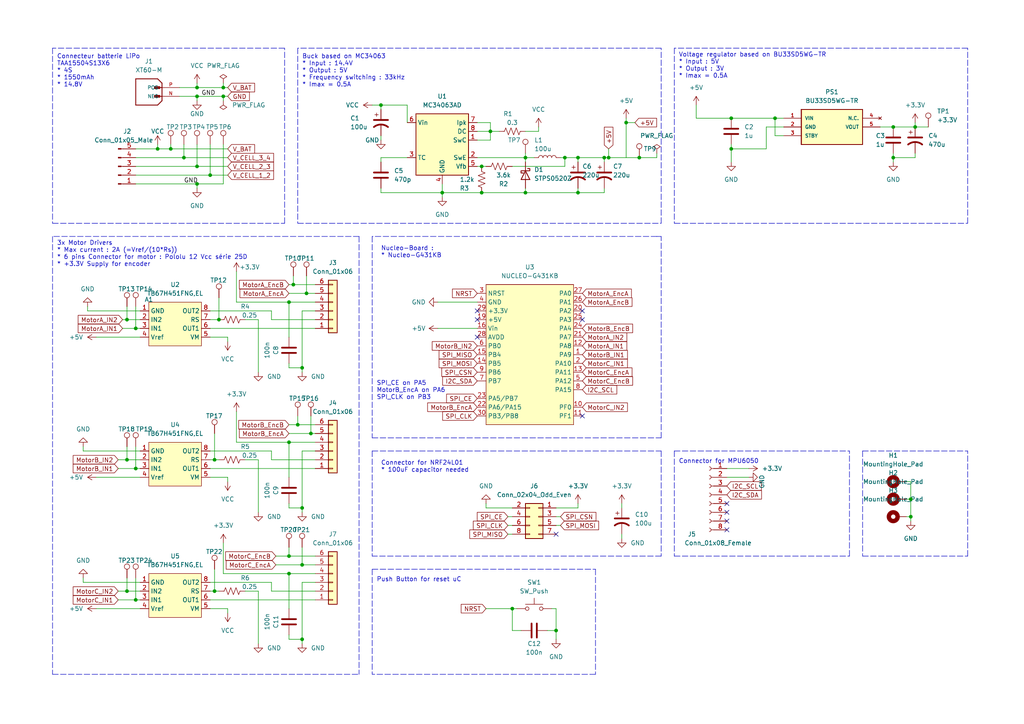
<source format=kicad_sch>
(kicad_sch (version 20211123) (generator eeschema)
  (paper "A4")
  (title_block (title "Holonome Robot") (date "2022-10-22") (rev "0") (company "ENSEA") (comment 1 "By Nicolas Papazoglou"))
  (junction (at 167.64 45.72))
  (junction (at 36.83 92.71))
  (junction (at 57.15 53.34))
  (junction (at 167.64 55.88))
  (junction (at 39.37 95.25))
  (junction (at 53.34 45.72))
  (junction (at 85.09 82.55))
  (junction (at 62.23 133.35))
  (junction (at 36.83 133.35))
  (junction (at 212.09 34.29))
  (junction (at 152.4 45.72))
  (junction (at 83.82 87.63))
  (junction (at 224.79 34.29))
  (junction (at 64.77 27.94))
  (junction (at 49.53 43.18))
  (junction (at 87.63 185.42))
  (junction (at 139.7 55.88))
  (junction (at 64.77 25.4))
  (junction (at 259.08 45.72))
  (junction (at 152.4 55.88))
  (junction (at 161.29 182.88))
  (junction (at 63.5 92.71))
  (junction (at 83.82 166.37))
  (junction (at 264.16 149.86))
  (junction (at 87.63 106.68))
  (junction (at 163.83 45.72))
  (junction (at 142.24 38.1))
  (junction (at 212.09 43.18))
  (junction (at 265.43 36.83))
  (junction (at 181.61 35.56))
  (junction (at 39.37 135.89))
  (junction (at 57.15 27.94))
  (junction (at 86.36 123.19))
  (junction (at 185.42 45.72))
  (junction (at 36.83 171.45))
  (junction (at 90.17 125.73))
  (junction (at 57.15 48.26))
  (junction (at 175.26 45.72))
  (junction (at 83.82 161.29))
  (junction (at 87.63 163.83))
  (junction (at 60.96 50.8))
  (junction (at 264.16 144.78))
  (junction (at 83.82 128.27))
  (junction (at 128.27 55.88))
  (junction (at 62.23 171.45))
  (junction (at 88.9 85.09))
  (junction (at 87.63 147.32))
  (junction (at 139.7 48.26))
  (junction (at 39.37 173.99))
  (junction (at 45.72 43.18))
  (junction (at 176.53 45.72))
  (junction (at 110.49 30.48))
  (junction (at 259.08 36.83))
  (junction (at 148.59 176.53))
  (junction (at 57.15 25.4))
  (no_connect (at 210.82 146.05))
  (no_connect (at 210.82 148.59))
  (no_connect (at 210.82 153.67))
  (no_connect (at 210.82 151.13))
  (no_connect (at 138.43 90.17))
  (no_connect (at 138.43 92.71))
  (no_connect (at 138.43 97.79))
  (no_connect (at 168.91 120.65))
  (no_connect (at 168.91 92.71))
  (no_connect (at 168.91 90.17))
  (no_connect (at 161.29 154.94))
  (wire (pts (xy 91.44 166.37) (xy 83.82 166.37)))
  (wire (pts (xy 264.16 151.13) (xy 264.16 149.86)))
  (wire (pts (xy 57.15 53.34) (xy 57.15 54.61)))
  (wire (pts (xy 36.83 88.9) (xy 36.83 92.71)))
  (wire (pts (xy 66.04 138.43) (xy 66.04 139.7)))
  (polyline (pts (xy 191.77 64.77) (xy 191.77 13.97)))
  (wire (pts (xy 66.04 176.53) (xy 66.04 177.8)))
  (wire (pts (xy 39.37 173.99) (xy 40.64 173.99)))
  (wire (pts (xy 175.26 55.88) (xy 175.26 54.61)))
  (wire (pts (xy 210.82 138.43) (xy 217.17 138.43)))
  (wire (pts (xy 25.4 90.17) (xy 25.4 88.9)))
  (wire (pts (xy 83.82 166.37) (xy 64.77 166.37)))
  (wire (pts (xy 138.43 48.26) (xy 139.7 48.26)))
  (wire (pts (xy 39.37 95.25) (xy 40.64 95.25)))
  (wire (pts (xy 167.64 147.32) (xy 161.29 147.32)))
  (wire (pts (xy 138.43 45.72) (xy 152.4 45.72)))
  (wire (pts (xy 60.96 135.89) (xy 91.44 135.89)))
  (polyline (pts (xy 104.14 68.58) (xy 104.14 195.58)))
  (wire (pts (xy 140.97 146.05) (xy 140.97 147.32)))
  (wire (pts (xy 87.63 130.81) (xy 87.63 147.32)))
  (wire (pts (xy 175.26 55.88) (xy 167.64 55.88)))
  (wire (pts (xy 64.77 25.4) (xy 66.04 25.4)))
  (polyline (pts (xy 86.36 64.77) (xy 191.77 64.77)))
  (polyline (pts (xy 82.55 13.97) (xy 15.24 13.97)))
  (wire (pts (xy 255.27 36.83) (xy 259.08 36.83)))
  (wire (pts (xy 87.63 185.42) (xy 87.63 186.69)))
  (wire (pts (xy 110.49 30.48) (xy 110.49 31.75)))
  (wire (pts (xy 39.37 135.89) (xy 40.64 135.89)))
  (wire (pts (xy 62.23 133.35) (xy 63.5 133.35)))
  (wire (pts (xy 27.94 176.53) (xy 40.64 176.53)))
  (wire (pts (xy 57.15 41.91) (xy 57.15 48.26)))
  (wire (pts (xy 53.34 45.72) (xy 66.04 45.72)))
  (wire (pts (xy 148.59 176.53) (xy 149.86 176.53)))
  (wire (pts (xy 53.34 41.91) (xy 53.34 45.72)))
  (wire (pts (xy 83.82 185.42) (xy 87.63 185.42)))
  (wire (pts (xy 190.5 45.72) (xy 185.42 45.72)))
  (wire (pts (xy 224.79 34.29) (xy 224.79 39.37)))
  (polyline (pts (xy 280.67 64.77) (xy 280.67 13.97)))
  (polyline (pts (xy 191.77 161.29) (xy 107.95 161.29)))
  (wire (pts (xy 142.24 38.1) (xy 144.78 38.1)))
  (wire (pts (xy 227.33 36.83) (xy 222.25 36.83)))
  (polyline (pts (xy 191.77 13.97) (xy 86.36 13.97)))
  (wire (pts (xy 167.64 146.05) (xy 167.64 147.32)))
  (polyline (pts (xy 280.67 161.29) (xy 280.67 130.81)))
  (wire (pts (xy 176.53 45.72) (xy 185.42 45.72)))
  (wire (pts (xy 88.9 80.01) (xy 88.9 85.09)))
  (polyline (pts (xy 250.19 130.81) (xy 250.19 161.29)))
  (wire (pts (xy 147.32 149.86) (xy 148.59 149.86)))
  (wire (pts (xy 52.07 27.94) (xy 57.15 27.94)))
  (wire (pts (xy 175.26 45.72) (xy 175.26 46.99)))
  (wire (pts (xy 27.94 138.43) (xy 40.64 138.43)))
  (wire (pts (xy 160.02 176.53) (xy 161.29 176.53)))
  (wire (pts (xy 259.08 45.72) (xy 259.08 46.99)))
  (wire (pts (xy 158.75 182.88) (xy 161.29 182.88)))
  (wire (pts (xy 212.09 41.91) (xy 212.09 43.18)))
  (polyline (pts (xy 15.24 13.97) (xy 15.24 64.77)))
  (wire (pts (xy 83.82 184.15) (xy 83.82 185.42)))
  (polyline (pts (xy 195.58 161.29) (xy 246.38 161.29)))
  (wire (pts (xy 201.93 30.48) (xy 201.93 34.29)))
  (wire (pts (xy 83.82 146.05) (xy 83.82 147.32)))
  (polyline (pts (xy 190.5 68.58) (xy 107.95 68.58)))
  (wire (pts (xy 227.33 39.37) (xy 224.79 39.37)))
  (wire (pts (xy 128.27 55.88) (xy 139.7 55.88)))
  (wire (pts (xy 64.77 41.91) (xy 64.77 53.34)))
  (wire (pts (xy 110.49 30.48) (xy 118.11 30.48)))
  (wire (pts (xy 83.82 128.27) (xy 68.58 128.27)))
  (polyline (pts (xy 107.95 130.81) (xy 107.95 161.29)))
  (wire (pts (xy 64.77 29.21) (xy 64.77 27.94)))
  (polyline (pts (xy 15.24 195.58) (xy 104.14 195.58)))
  (wire (pts (xy 175.26 45.72) (xy 176.53 45.72)))
  (wire (pts (xy 210.82 135.89) (xy 217.17 135.89)))
  (wire (pts (xy 152.4 54.61) (xy 152.4 55.88)))
  (wire (pts (xy 83.82 125.73) (xy 90.17 125.73)))
  (wire (pts (xy 78.74 171.45) (xy 78.74 168.91)))
  (wire (pts (xy 167.64 45.72) (xy 167.64 46.99)))
  (wire (pts (xy 139.7 55.88) (xy 152.4 55.88)))
  (wire (pts (xy 91.44 171.45) (xy 78.74 171.45)))
  (wire (pts (xy 78.74 90.17) (xy 60.96 90.17)))
  (wire (pts (xy 140.97 147.32) (xy 148.59 147.32)))
  (wire (pts (xy 60.96 41.91) (xy 60.96 50.8)))
  (wire (pts (xy 78.74 168.91) (xy 60.96 168.91)))
  (wire (pts (xy 83.82 87.63) (xy 83.82 97.79)))
  (wire (pts (xy 87.63 158.75) (xy 87.63 163.83)))
  (wire (pts (xy 83.82 106.68) (xy 87.63 106.68)))
  (wire (pts (xy 87.63 90.17) (xy 87.63 106.68)))
  (wire (pts (xy 180.34 146.05) (xy 180.34 147.32)))
  (wire (pts (xy 148.59 182.88) (xy 148.59 176.53)))
  (wire (pts (xy 52.07 25.4) (xy 57.15 25.4)))
  (wire (pts (xy 66.04 97.79) (xy 66.04 99.06)))
  (wire (pts (xy 71.12 92.71) (xy 74.93 92.71)))
  (wire (pts (xy 140.97 176.53) (xy 148.59 176.53)))
  (wire (pts (xy 180.34 154.94) (xy 180.34 156.21)))
  (wire (pts (xy 68.58 78.74) (xy 68.58 87.63)))
  (wire (pts (xy 181.61 34.29) (xy 181.61 35.56)))
  (wire (pts (xy 57.15 27.94) (xy 57.15 29.21)))
  (wire (pts (xy 87.63 106.68) (xy 87.63 107.95)))
  (wire (pts (xy 62.23 171.45) (xy 63.5 171.45)))
  (wire (pts (xy 83.82 123.19) (xy 86.36 123.19)))
  (wire (pts (xy 90.17 120.65) (xy 90.17 125.73)))
  (wire (pts (xy 39.37 167.64) (xy 39.37 173.99)))
  (wire (pts (xy 222.25 43.18) (xy 212.09 43.18)))
  (wire (pts (xy 64.77 157.48) (xy 64.77 166.37)))
  (polyline (pts (xy 15.24 68.58) (xy 15.24 195.58)))
  (polyline (pts (xy 107.95 130.81) (xy 191.77 130.81)))
  (wire (pts (xy 181.61 35.56) (xy 184.15 35.56)))
  (wire (pts (xy 167.64 45.72) (xy 175.26 45.72)))
  (wire (pts (xy 262.89 149.86) (xy 264.16 149.86)))
  (wire (pts (xy 57.15 27.94) (xy 64.77 27.94)))
  (wire (pts (xy 152.4 44.45) (xy 152.4 45.72)))
  (wire (pts (xy 83.82 147.32) (xy 87.63 147.32)))
  (wire (pts (xy 110.49 55.88) (xy 128.27 55.88)))
  (wire (pts (xy 167.64 55.88) (xy 167.64 54.61)))
  (wire (pts (xy 161.29 149.86) (xy 162.56 149.86)))
  (wire (pts (xy 222.25 36.83) (xy 222.25 43.18)))
  (wire (pts (xy 34.29 135.89) (xy 39.37 135.89)))
  (wire (pts (xy 78.74 133.35) (xy 78.74 130.81)))
  (wire (pts (xy 162.56 45.72) (xy 163.83 45.72)))
  (wire (pts (xy 86.36 123.19) (xy 91.44 123.19)))
  (wire (pts (xy 163.83 45.72) (xy 167.64 45.72)))
  (wire (pts (xy 152.4 45.72) (xy 154.94 45.72)))
  (wire (pts (xy 138.43 35.56) (xy 142.24 35.56)))
  (wire (pts (xy 87.63 147.32) (xy 87.63 148.59)))
  (wire (pts (xy 118.11 45.72) (xy 110.49 45.72)))
  (polyline (pts (xy 250.19 161.29) (xy 280.67 161.29)))
  (wire (pts (xy 161.29 182.88) (xy 161.29 176.53)))
  (wire (pts (xy 87.63 168.91) (xy 87.63 185.42)))
  (wire (pts (xy 39.37 50.8) (xy 60.96 50.8)))
  (wire (pts (xy 262.89 144.78) (xy 264.16 144.78)))
  (wire (pts (xy 265.43 36.83) (xy 269.24 36.83)))
  (wire (pts (xy 176.53 43.18) (xy 176.53 45.72)))
  (wire (pts (xy 190.5 44.45) (xy 190.5 45.72)))
  (polyline (pts (xy 107.95 165.1) (xy 172.72 165.1)))
  (wire (pts (xy 49.53 41.91) (xy 49.53 43.18)))
  (wire (pts (xy 265.43 35.56) (xy 265.43 36.83)))
  (wire (pts (xy 60.96 176.53) (xy 66.04 176.53)))
  (wire (pts (xy 201.93 34.29) (xy 212.09 34.29)))
  (wire (pts (xy 60.96 138.43) (xy 66.04 138.43)))
  (wire (pts (xy 34.29 171.45) (xy 36.83 171.45)))
  (wire (pts (xy 83.82 158.75) (xy 83.82 161.29)))
  (wire (pts (xy 39.37 129.54) (xy 39.37 135.89)))
  (polyline (pts (xy 107.95 165.1) (xy 107.95 195.58)))
  (wire (pts (xy 85.09 82.55) (xy 91.44 82.55)))
  (wire (pts (xy 83.82 166.37) (xy 83.82 176.53)))
  (wire (pts (xy 80.01 161.29) (xy 83.82 161.29)))
  (wire (pts (xy 36.83 92.71) (xy 40.64 92.71)))
  (wire (pts (xy 64.77 24.13) (xy 64.77 25.4)))
  (wire (pts (xy 25.4 90.17) (xy 40.64 90.17)))
  (wire (pts (xy 34.29 173.99) (xy 39.37 173.99)))
  (wire (pts (xy 83.82 105.41) (xy 83.82 106.68)))
  (wire (pts (xy 39.37 48.26) (xy 57.15 48.26)))
  (wire (pts (xy 148.59 48.26) (xy 163.83 48.26)))
  (wire (pts (xy 60.96 173.99) (xy 91.44 173.99)))
  (wire (pts (xy 259.08 45.72) (xy 265.43 45.72)))
  (wire (pts (xy 62.23 165.1) (xy 62.23 171.45)))
  (wire (pts (xy 87.63 163.83) (xy 91.44 163.83)))
  (wire (pts (xy 127 95.25) (xy 138.43 95.25)))
  (wire (pts (xy 91.44 90.17) (xy 87.63 90.17)))
  (wire (pts (xy 88.9 85.09) (xy 91.44 85.09)))
  (wire (pts (xy 128.27 57.15) (xy 128.27 55.88)))
  (wire (pts (xy 91.44 133.35) (xy 78.74 133.35)))
  (wire (pts (xy 27.94 97.79) (xy 40.64 97.79)))
  (wire (pts (xy 90.17 125.73) (xy 91.44 125.73)))
  (wire (pts (xy 36.83 129.54) (xy 36.83 133.35)))
  (wire (pts (xy 264.16 139.7) (xy 262.89 139.7)))
  (wire (pts (xy 71.12 133.35) (xy 74.93 133.35)))
  (wire (pts (xy 128.27 53.34) (xy 128.27 55.88)))
  (wire (pts (xy 45.72 43.18) (xy 49.53 43.18)))
  (wire (pts (xy 60.96 171.45) (xy 62.23 171.45)))
  (wire (pts (xy 156.21 38.1) (xy 156.21 36.83)))
  (polyline (pts (xy 107.95 127) (xy 191.77 127)))
  (wire (pts (xy 64.77 25.4) (xy 57.15 25.4)))
  (polyline (pts (xy 195.58 64.77) (xy 280.67 64.77)))
  (polyline (pts (xy 195.58 130.81) (xy 195.58 161.29)))
  (wire (pts (xy 35.56 95.25) (xy 39.37 95.25)))
  (wire (pts (xy 83.82 87.63) (xy 68.58 87.63)))
  (wire (pts (xy 264.16 144.78) (xy 264.16 139.7)))
  (polyline (pts (xy 195.58 13.97) (xy 195.58 64.77)))
  (wire (pts (xy 35.56 92.71) (xy 36.83 92.71)))
  (wire (pts (xy 147.32 154.94) (xy 148.59 154.94)))
  (wire (pts (xy 74.93 171.45) (xy 74.93 186.69)))
  (wire (pts (xy 259.08 36.83) (xy 265.43 36.83)))
  (polyline (pts (xy 172.72 195.58) (xy 107.95 195.58)))
  (wire (pts (xy 91.44 87.63) (xy 83.82 87.63)))
  (wire (pts (xy 265.43 44.45) (xy 265.43 45.72)))
  (wire (pts (xy 60.96 95.25) (xy 91.44 95.25)))
  (polyline (pts (xy 172.72 165.1) (xy 172.72 195.58)))
  (wire (pts (xy 83.82 85.09) (xy 88.9 85.09)))
  (wire (pts (xy 39.37 88.9) (xy 39.37 95.25)))
  (wire (pts (xy 264.16 149.86) (xy 264.16 144.78)))
  (wire (pts (xy 161.29 152.4) (xy 162.56 152.4)))
  (wire (pts (xy 152.4 38.1) (xy 156.21 38.1)))
  (wire (pts (xy 118.11 30.48) (xy 118.11 35.56)))
  (wire (pts (xy 80.01 163.83) (xy 87.63 163.83)))
  (wire (pts (xy 110.49 39.37) (xy 110.49 40.64)))
  (wire (pts (xy 40.64 168.91) (xy 24.13 168.91)))
  (wire (pts (xy 138.43 40.64) (xy 142.24 40.64)))
  (wire (pts (xy 64.77 27.94) (xy 66.04 27.94)))
  (polyline (pts (xy 280.67 13.97) (xy 195.58 13.97)))
  (wire (pts (xy 147.32 152.4) (xy 148.59 152.4)))
  (wire (pts (xy 60.96 97.79) (xy 66.04 97.79)))
  (polyline (pts (xy 246.38 161.29) (xy 246.38 130.81)))
  (wire (pts (xy 34.29 133.35) (xy 36.83 133.35)))
  (wire (pts (xy 60.96 133.35) (xy 62.23 133.35)))
  (wire (pts (xy 83.82 161.29) (xy 91.44 161.29)))
  (wire (pts (xy 36.83 171.45) (xy 40.64 171.45)))
  (wire (pts (xy 68.58 119.38) (xy 68.58 128.27)))
  (wire (pts (xy 110.49 54.61) (xy 110.49 55.88)))
  (wire (pts (xy 60.96 50.8) (xy 66.04 50.8)))
  (wire (pts (xy 224.79 34.29) (xy 227.33 34.29)))
  (polyline (pts (xy 104.14 68.58) (xy 15.24 68.58)))
  (polyline (pts (xy 107.95 68.58) (xy 107.95 127)))
  (wire (pts (xy 57.15 53.34) (xy 64.77 53.34)))
  (wire (pts (xy 39.37 53.34) (xy 57.15 53.34)))
  (wire (pts (xy 24.13 129.54) (xy 24.13 130.81)))
  (wire (pts (xy 127 87.63) (xy 138.43 87.63)))
  (wire (pts (xy 36.83 133.35) (xy 40.64 133.35)))
  (wire (pts (xy 83.82 128.27) (xy 83.82 138.43)))
  (wire (pts (xy 167.64 55.88) (xy 152.4 55.88)))
  (wire (pts (xy 163.83 48.26) (xy 163.83 45.72)))
  (wire (pts (xy 142.24 40.64) (xy 142.24 38.1)))
  (wire (pts (xy 62.23 125.73) (xy 62.23 133.35)))
  (wire (pts (xy 36.83 167.64) (xy 36.83 171.45)))
  (wire (pts (xy 78.74 130.81) (xy 60.96 130.81)))
  (wire (pts (xy 212.09 43.18) (xy 212.09 46.99)))
  (wire (pts (xy 24.13 167.64) (xy 24.13 168.91)))
  (polyline (pts (xy 195.58 130.81) (xy 246.38 130.81)))
  (wire (pts (xy 74.93 133.35) (xy 74.93 148.59)))
  (wire (pts (xy 142.24 35.56) (xy 142.24 38.1)))
  (wire (pts (xy 83.82 82.55) (xy 85.09 82.55)))
  (wire (pts (xy 39.37 45.72) (xy 53.34 45.72)))
  (wire (pts (xy 151.13 182.88) (xy 148.59 182.88)))
  (wire (pts (xy 110.49 45.72) (xy 110.49 46.99)))
  (wire (pts (xy 91.44 128.27) (xy 83.82 128.27)))
  (wire (pts (xy 57.15 25.4) (xy 57.15 24.13)))
  (wire (pts (xy 91.44 168.91) (xy 87.63 168.91)))
  (wire (pts (xy 78.74 92.71) (xy 78.74 90.17)))
  (wire (pts (xy 74.93 92.71) (xy 74.93 107.95)))
  (polyline (pts (xy 250.19 130.81) (xy 280.67 130.81)))
  (wire (pts (xy 161.29 185.42) (xy 161.29 182.88)))
  (wire (pts (xy 152.4 45.72) (xy 152.4 46.99)))
  (wire (pts (xy 49.53 43.18) (xy 66.04 43.18)))
  (wire (pts (xy 40.64 130.81) (xy 24.13 130.81)))
  (polyline (pts (xy 15.24 64.77) (xy 82.55 64.77)))
  (polyline (pts (xy 82.55 64.77) (xy 82.55 13.97)))
  (wire (pts (xy 71.12 171.45) (xy 74.93 171.45)))
  (wire (pts (xy 86.36 120.65) (xy 86.36 123.19)))
  (wire (pts (xy 91.44 130.81) (xy 87.63 130.81)))
  (wire (pts (xy 45.72 41.91) (xy 45.72 43.18)))
  (polyline (pts (xy 191.77 127) (xy 191.77 68.58)))
  (wire (pts (xy 85.09 80.01) (xy 85.09 82.55)))
  (wire (pts (xy 181.61 35.56) (xy 181.61 45.72)))
  (wire (pts (xy 57.15 48.26) (xy 66.04 48.26)))
  (wire (pts (xy 138.43 38.1) (xy 142.24 38.1)))
  (wire (pts (xy 91.44 92.71) (xy 78.74 92.71)))
  (wire (pts (xy 63.5 86.36) (xy 63.5 92.71)))
  (wire (pts (xy 39.37 43.18) (xy 45.72 43.18)))
  (wire (pts (xy 212.09 34.29) (xy 224.79 34.29)))
  (wire (pts (xy 259.08 44.45) (xy 259.08 45.72)))
  (wire (pts (xy 139.7 48.26) (xy 140.97 48.26)))
  (polyline (pts (xy 191.77 130.81) (xy 191.77 161.29)))
  (wire (pts (xy 60.96 92.71) (xy 63.5 92.71)))
  (polyline (pts (xy 190.5 68.58) (xy 191.77 68.58)))
  (wire (pts (xy 107.95 30.48) (xy 110.49 30.48)))
  (polyline (pts (xy 86.36 13.97) (xy 86.36 64.77)))
  (text "3x Motor Drivers\n* Max current : 2A (=Vref/(10*Rs))\n* 6 pins Connector for motor : Pololu 12 Vcc série 25D\n* +3.3V Supply for encoder\n" (at 16.51 77.47 0) (effects (font (size 1.27 1.27)) (justify left bottom)))
  (text "SPI_CE on PA5\nMotorB_EncA on PA6\nSPI_CLK on PB3\n\n" (at 109.22 118.11 0) (effects (font (size 1.27 1.27)) (justify left bottom)))
  (text "Voltage regulator based on BU33SD5WG-TR\n* Input : 5V\n* Output : 3V\n* Imax = 0.5A\n" (at 196.85 22.86 0) (effects (font (size 1.27 1.27)) (justify left bottom)))
  (text "Connector for MPU6050\n" (at 196.85 134.62 0) (effects (font (size 1.27 1.27)) (justify left bottom)))
  (text "Connector for NRF24L01\n* 100uF capacitor needed" (at 110.49 137.16 0) (effects (font (size 1.27 1.27)) (justify left bottom)))
  (text "Push Button for reset uC\n" (at 109.22 168.91 0) (effects (font (size 1.27 1.27)) (justify left bottom)))
  (text "Connecteur batterie LiPo\nTAA15504S13X6\n* 4S\n* 1550mAh\n* 14.8V" (at 16.51 25.4 0) (effects (font (size 1.27 1.27)) (justify left bottom)))
  (text "Nucleo-Board :\n* Nucleo-G431KB" (at 110.49 74.93 0) (effects (font (size 1.27 1.27)) (justify left bottom)))
  (text "Buck based on MC34063\n* Input : 14.4V\n* Output : 5V\n* Frequency switching : 33kHz\n* Imax = 0.5A\n" (at 87.63 25.4 0) (effects (font (size 1.27 1.27)) (justify left bottom)))
  (label "GND" (at 53.34 53.34 0))
  (label "GND" (at 58.42 27.94 0))
  (global_label "V_CELL_1_2" (shape input) (at 66.04 50.8 0) (property "Intersheet References" "${INTERSHEET_REFS}" (effects hide)))
  (global_label "MotorB_EncA" (shape input) (at 138.43 118.11 180) (property "Intersheet References" "${INTERSHEET_REFS}" (effects hide)))
  (global_label "MotorB_EncB" (shape input) (at 168.91 95.25 0) (property "Intersheet References" "${INTERSHEET_REFS}" (effects hide)))
  (global_label "MotorC_EncA" (shape input) (at 80.01 163.83 180) (property "Intersheet References" "${INTERSHEET_REFS}" (effects hide)))
  (global_label "V_BAT" (shape input) (at 66.04 25.4 0) (property "Intersheet References" "${INTERSHEET_REFS}" (effects hide)))
  (global_label "I2C_SCL" (shape input) (at 210.82 140.97 0) (property "Intersheet References" "${INTERSHEET_REFS}" (effects hide)))
  (global_label "MotorC_IN2" (shape input) (at 168.91 118.11 0) (property "Intersheet References" "${INTERSHEET_REFS}" (effects hide)))
  (global_label "MotorC_EncA" (shape input) (at 168.91 107.95 0) (property "Intersheet References" "${INTERSHEET_REFS}" (effects hide)))
  (global_label "SPI_MOSI" (shape input) (at 162.56 152.4 0) (property "Intersheet References" "${INTERSHEET_REFS}" (effects hide)))
  (global_label "MotorB_IN2" (shape input) (at 138.43 100.33 180) (property "Intersheet References" "${INTERSHEET_REFS}" (effects hide)))
  (global_label "SPI_CSN" (shape input) (at 138.43 107.95 180) (property "Intersheet References" "${INTERSHEET_REFS}" (effects hide)))
  (global_label "I2C_SDA" (shape input) (at 210.82 143.51 0) (property "Intersheet References" "${INTERSHEET_REFS}" (effects hide)))
  (global_label "MotorA_EncB" (shape input) (at 83.82 82.55 180) (property "Intersheet References" "${INTERSHEET_REFS}" (effects hide)))
  (global_label "SPI_CLK" (shape input) (at 147.32 152.4 180) (property "Intersheet References" "${INTERSHEET_REFS}" (effects hide)))
  (global_label "MotorA_IN1" (shape input) (at 168.91 100.33 0) (property "Intersheet References" "${INTERSHEET_REFS}" (effects hide)))
  (global_label "SPI_CE" (shape input) (at 138.43 115.57 180) (property "Intersheet References" "${INTERSHEET_REFS}" (effects hide)))
  (global_label "+5V" (shape input) (at 176.53 43.18 90) (property "Intersheet References" "${INTERSHEET_REFS}" (effects hide)))
  (global_label "I2C_SDA" (shape input) (at 138.43 110.49 180) (property "Intersheet References" "${INTERSHEET_REFS}" (effects hide)))
  (global_label "MotorC_EncB" (shape input) (at 168.91 110.49 0) (property "Intersheet References" "${INTERSHEET_REFS}" (effects hide)))
  (global_label "SPI_CLK" (shape input) (at 138.43 120.65 180) (property "Intersheet References" "${INTERSHEET_REFS}" (effects hide)))
  (global_label "+5V" (shape input) (at 184.15 35.56 0) (property "Intersheet References" "${INTERSHEET_REFS}" (effects hide)))
  (global_label "V_CELL_2_3" (shape input) (at 66.04 48.26 0) (property "Intersheet References" "${INTERSHEET_REFS}" (effects hide)))
  (global_label "MotorB_IN1" (shape input) (at 168.91 102.87 0) (property "Intersheet References" "${INTERSHEET_REFS}" (effects hide)))
  (global_label "SPI_CE" (shape input) (at 147.32 149.86 180) (property "Intersheet References" "${INTERSHEET_REFS}" (effects hide)))
  (global_label "MotorB_IN2" (shape input) (at 34.29 133.35 180) (property "Intersheet References" "${INTERSHEET_REFS}" (effects hide)))
  (global_label "SPI_CSN" (shape input) (at 162.56 149.86 0) (property "Intersheet References" "${INTERSHEET_REFS}" (effects hide)))
  (global_label "MotorC_EncB" (shape input) (at 80.01 161.29 180) (property "Intersheet References" "${INTERSHEET_REFS}" (effects hide)))
  (global_label "MotorC_IN2" (shape input) (at 34.29 171.45 180) (property "Intersheet References" "${INTERSHEET_REFS}" (effects hide)))
  (global_label "MotorA_EncA" (shape input) (at 168.91 85.09 0) (property "Intersheet References" "${INTERSHEET_REFS}" (effects hide)))
  (global_label "MotorA_EncA" (shape input) (at 83.82 85.09 180) (property "Intersheet References" "${INTERSHEET_REFS}" (effects hide)))
  (global_label "MotorB_IN1" (shape input) (at 34.29 135.89 180) (property "Intersheet References" "${INTERSHEET_REFS}" (effects hide)))
  (global_label "SPI_MOSI" (shape input) (at 138.43 105.41 180) (property "Intersheet References" "${INTERSHEET_REFS}" (effects hide)))
  (global_label "V_CELL_3_4" (shape input) (at 66.04 45.72 0) (property "Intersheet References" "${INTERSHEET_REFS}" (effects hide)))
  (global_label "MotorC_IN1" (shape input) (at 34.29 173.99 180) (property "Intersheet References" "${INTERSHEET_REFS}" (effects hide)))
  (global_label "MotorA_IN2" (shape input) (at 35.56 92.71 180) (property "Intersheet References" "${INTERSHEET_REFS}" (effects hide)))
  (global_label "MotorB_EncB" (shape input) (at 83.82 123.19 180) (property "Intersheet References" "${INTERSHEET_REFS}" (effects hide)))
  (global_label "SPI_MISO" (shape input) (at 147.32 154.94 180) (property "Intersheet References" "${INTERSHEET_REFS}" (effects hide)))
  (global_label "SPI_MISO" (shape input) (at 138.43 102.87 180) (property "Intersheet References" "${INTERSHEET_REFS}" (effects hide)))
  (global_label "MotorA_IN1" (shape input) (at 35.56 95.25 180) (property "Intersheet References" "${INTERSHEET_REFS}" (effects hide)))
  (global_label "MotorC_IN1" (shape input) (at 168.91 105.41 0) (property "Intersheet References" "${INTERSHEET_REFS}" (effects hide)))
  (global_label "V_BAT" (shape input) (at 66.04 43.18 0) (property "Intersheet References" "${INTERSHEET_REFS}" (effects hide)))
  (global_label "GND" (shape input) (at 66.04 27.94 0) (property "Intersheet References" "${INTERSHEET_REFS}" (effects hide)))
  (global_label "MotorA_IN2" (shape input) (at 168.91 97.79 0) (property "Intersheet References" "${INTERSHEET_REFS}" (effects hide)))
  (global_label "NRST" (shape input) (at 138.43 85.09 180) (property "Intersheet References" "${INTERSHEET_REFS}" (effects hide)))
  (global_label "MotorA_EncB" (shape input) (at 168.91 87.63 0) (property "Intersheet References" "${INTERSHEET_REFS}" (effects hide)))
  (global_label "MotorB_EncA" (shape input) (at 83.82 125.73 180) (property "Intersheet References" "${INTERSHEET_REFS}" (effects hide)))
  (global_label "I2C_SCL" (shape input) (at 168.91 113.03 0) (property "Intersheet References" "${INTERSHEET_REFS}" (effects hide)))
  (global_label "NRST" (shape input) (at 140.97 176.53 180) (property "Intersheet References" "${INTERSHEET_REFS}" (effects hide)))
  (symbol (lib_id "Mechanical:MountingHole_Pad") (at 260.35 139.7 90) (unit 1)
    (property "Reference" "H1" (at 259.08 132.08 90))
    (property "Value" "MountingHole_Pad" (at 259.08 134.62 90))
    (property "Footprint" "MountingHole:MountingHole_3.2mm_M3_Pad" (effects hide))
  )
  (symbol (lib_id "power:GND") (at 57.15 54.61 0) (unit 1)
    (property "Reference" "#PWR012" (effects hide))
    (property "Value" "GND" (at 57.15 59.69 0))
  )
  (symbol (lib_id "power:GND") (at 87.63 186.69 0) (unit 1)
    (property "Reference" "#PWR040" (effects hide))
    (property "Value" "GND" (at 90.17 187.9599 0) (effects (justify left)))
  )
  (symbol (lib_id "Device:C") (at 83.82 142.24 180) (unit 1)
    (property "Reference" "C9" (at 80.01 142.24 90))
    (property "Value" "100n" (at 77.47 142.24 90))
    (property "Footprint" "Capacitor_SMD:C_0603_1608Metric_Pad1.08x0.95mm_HandSolder" (effects hide))
  )
  (symbol (lib_id "power:VCC") (at 66.04 177.8 180) (unit 1)
    (property "Reference" "#PWR037" (effects hide))
    (property "Value" "VCC" (at 66.04 182.88 0))
  )
  (symbol (lib_id "XT60-M:XT60-M") (at 46.99 27.94 0) (mirror y) (unit 1)
    (property "Reference" "J1" (at 43.18 17.78 0))
    (property "Value" "XT60-M" (at 43.18 20.32 0))
    (property "Footprint" "Custom:AMASS_XT60-M" (effects hide))
    (property "STANDARD" "IPC 7351B" (effects hide))
    (property "MAXIMUM_PACKAGE_HEIGHT" "16.00 mm" (effects hide))
    (property "MANUFACTURER" "AMASS" (effects hide))
    (property "PARTREV" "V1.2" (effects hide))
  )
  (symbol (lib_id "power:GND") (at 57.15 29.21 0) (unit 1)
    (property "Reference" "#PWR02" (effects hide))
    (property "Value" "GND" (at 57.15 33.02 0))
  )
  (symbol (lib_id "Connector:TestPoint") (at 185.42 45.72 0) (unit 1)
    (property "Reference" "TP9" (at 186.69 43.18 0) (effects (justify left)))
    (property "Value" "+5V" (effects hide))
    (property "Footprint" "TestPoint:TestPoint_Pad_D1.0mm" (effects hide))
  )
  (symbol (lib_id "Connector:TestPoint") (at 85.09 80.01 0) (unit 1)
    (property "Reference" "TP10" (at 82.55 74.93 0) (effects (justify left)))
    (property "Value" "AEncB" (effects hide))
    (property "Footprint" "TestPoint:TestPoint_Pad_D1.0mm" (effects hide))
  )
  (symbol (lib_id "Device:D_Schottky") (at 152.4 50.8 270) (unit 1)
    (property "Reference" "D1" (at 154.94 49.2124 90) (effects (justify left)))
    (property "Value" "STPS0520Z" (at 154.94 51.7524 90) (effects (justify left)))
    (property "Footprint" "Diode_SMD:D_SOD-123" (effects hide))
  )
  (symbol (lib_id "Connector_Generic:Conn_01x06") (at 96.52 168.91 0) (mirror x) (unit 1)
    (property "Reference" "J7" (at 96.52 154.94 0))
    (property "Value" "Conn_01x06" (at 96.52 157.48 0))
    (property "Footprint" "Connector_JST:JST_XH_S6B-XH-A_1x06_P2.50mm_Horizontal" (effects hide))
  )
  (symbol (lib_id "Device:R_US") (at 67.31 171.45 90) (unit 1)
    (property "Reference" "R6" (at 71.12 167.64 90))
    (property "Value" "0.25" (at 72.39 170.18 90))
    (property "Footprint" "Resistor_SMD:R_0603_1608Metric_Pad0.98x0.95mm_HandSolder" (effects hide))
  )
  (symbol (lib_id "power:VCC") (at 66.04 139.7 180) (unit 1)
    (property "Reference" "#PWR027" (effects hide))
    (property "Value" "VCC" (at 66.04 144.78 0))
  )
  (symbol (lib_id "Regulator_Switching:MC34063AD") (at 128.27 40.64 0) (unit 1)
    (property "Reference" "U1" (at 128.27 27.94 0))
    (property "Value" "MC34063AD" (at 128.27 30.48 0))
    (property "Footprint" "Package_SO:SOIC-8_3.9x4.9mm_P1.27mm" (effects hide))
    (property "Datasheet" "http://www.onsemi.com/pub_link/Collateral/MC34063A-D.PDF" (effects hide))
    (property "URL" "https://fr.farnell.com/stmicroelectronics/mc34063abd-tr/controleur-dc-dc-cms-34063-so8/dp/1087205" (effects hide))
  )
  (symbol (lib_id "Connector:TestPoint") (at 39.37 167.64 0) (unit 1)
    (property "Reference" "TP24" (at 39.37 162.56 0) (effects (justify left)))
    (property "Value" "C1" (effects hide))
    (property "Footprint" "TestPoint:TestPoint_Pad_D1.0mm" (effects hide))
  )
  (symbol (lib_id "Connector:Conn_01x08_Female") (at 205.74 143.51 0) (mirror y) (unit 1)
    (property "Reference" "J5" (at 200.66 154.94 0))
    (property "Value" "Conn_01x08_Female" (at 208.28 157.48 0))
    (property "Footprint" "Connector_PinSocket_2.54mm:PinSocket_1x08_P2.54mm_Vertical" (effects hide))
  )
  (symbol (lib_id "power:GND") (at 24.13 129.54 180) (unit 1)
    (property "Reference" "#PWR023" (effects hide))
    (property "Value" "GND" (at 24.13 124.46 0))
  )
  (symbol (lib_id "power:+5V") (at 27.94 97.79 90) (unit 1)
    (property "Reference" "#PWR018" (effects hide))
    (property "Value" "+5V" (at 24.13 97.7899 90) (effects (justify left)))
  )
  (symbol (lib_id "Connector:TestPoint") (at 63.5 86.36 0) (unit 1)
    (property "Reference" "TP12" (at 60.96 81.28 0) (effects (justify left)))
    (property "Value" "RsA" (effects hide))
    (property "Footprint" "TestPoint:TestPoint_Pad_D1.0mm" (effects hide))
  )
  (symbol (lib_id "Device:R_US") (at 148.59 38.1 90) (unit 1)
    (property "Reference" "R1" (at 147.32 33.02 90))
    (property "Value" "0.3" (at 148.59 35.56 90))
    (property "Footprint" "Resistor_SMD:R_0603_1608Metric_Pad0.98x0.95mm_HandSolder" (effects hide))
  )
  (symbol (lib_id "power:+5V") (at 201.93 30.48 0) (unit 1)
    (property "Reference" "#PWR04" (effects hide))
    (property "Value" "+5V" (at 201.93 25.4 0))
  )
  (symbol (lib_id "power:VCC") (at 57.15 24.13 0) (unit 1)
    (property "Reference" "#PWR01" (effects hide))
    (property "Value" "VCC" (at 57.15 19.05 0))
  )
  (symbol (lib_id "Connector:TestPoint") (at 53.34 41.91 0) (unit 1)
    (property "Reference" "TP3" (at 52.07 36.83 0) (effects (justify left)))
    (property "Value" "V_CELL_3_4" (effects hide))
    (property "Footprint" "TestPoint:TestPoint_Pad_D1.0mm" (effects hide))
  )
  (symbol (lib_id "Device:L") (at 158.75 45.72 90) (unit 1)
    (property "Reference" "L1" (at 156.21 40.64 90))
    (property "Value" "100u" (at 157.48 43.18 90))
    (property "Footprint" "Inductor_SMD:L_12x12mm_H6mm" (effects hide))
    (property "Datasheet" "https://www.we-online.com/catalog/datasheet/784771101.pdf" (effects hide))
  )
  (symbol (lib_id "power:+3.3V") (at 265.43 35.56 0) (unit 1)
    (property "Reference" "#PWR06" (effects hide))
    (property "Value" "+3.3V" (at 265.43 30.48 0))
  )
  (symbol (lib_id "power:GND") (at 128.27 57.15 0) (unit 1)
    (property "Reference" "#PWR013" (effects hide))
    (property "Value" "GND" (at 128.27 62.23 0))
  )
  (symbol (lib_id "Device:C_Polarized_US") (at 175.26 50.8 0) (unit 1)
    (property "Reference" "C7" (at 177.8 48.26 0) (effects (justify left)))
    (property "Value" "220u" (at 177.8 50.8 0) (effects (justify left)))
    (property "Footprint" "Capacitor_SMD:CP_Elec_8x10.5" (effects hide))
  )
  (symbol (lib_id "power:PWR_FLAG") (at 190.5 44.45 0) (unit 1)
    (property "Reference" "#FLG03" (effects hide))
    (property "Value" "PWR_FLAG" (at 190.5 39.37 0))
  )
  (symbol (lib_id "Mechanical:MountingHole_Pad") (at 260.35 144.78 90) (unit 1)
    (property "Reference" "H2" (at 259.08 137.16 90))
    (property "Value" "MountingHole_Pad" (at 259.08 139.7 90))
    (property "Footprint" "MountingHole:MountingHole_3.2mm_M3_Pad" (effects hide))
  )
  (symbol (lib_id "Device:C") (at 212.09 38.1 0) (unit 1)
    (property "Reference" "C2" (at 215.9 36.8299 0) (effects (justify left)))
    (property "Value" "1u" (at 215.9 39.3699 0) (effects (justify left)))
    (property "Footprint" "Capacitor_SMD:C_0603_1608Metric_Pad1.08x0.95mm_HandSolder" (effects hide))
  )
  (symbol (lib_id "custom:TB67H451FNG") (at 50.8 134.62 0) (unit 1)
    (property "Reference" "U4" (at 50.8 123.19 0))
    (property "Value" "TB67H451FNG,EL" (at 50.8 125.73 0))
    (property "Footprint" "Package_SO:HSOP-8-1EP_3.9x4.9mm_P1.27mm_EP2.41x3.1mm" (effects hide))
    (property "Datasheet" "https://eu.mouser.com/datasheet/2/408/TB67H451AFNG_datasheet_en_20201217-2932697.pdf" (effects hide))
  )
  (symbol (lib_id "Device:C") (at 83.82 180.34 180) (unit 1)
    (property "Reference" "C11" (at 80.01 180.34 90))
    (property "Value" "100n" (at 77.47 180.34 90))
    (property "Footprint" "Capacitor_SMD:C_0603_1608Metric_Pad1.08x0.95mm_HandSolder" (effects hide))
  )
  (symbol (lib_id "Connector:TestPoint") (at 269.24 36.83 0) (unit 1)
    (property "Reference" "TP1" (at 271.78 32.2579 0) (effects (justify left)))
    (property "Value" "+3.3V" (at 271.78 34.7979 0) (effects (justify left)))
    (property "Footprint" "TestPoint:TestPoint_Pad_D1.0mm" (effects hide))
  )
  (symbol (lib_id "Connector:TestPoint") (at 88.9 80.01 0) (unit 1)
    (property "Reference" "TP11" (at 86.36 74.93 0) (effects (justify left)))
    (property "Value" "AEncA" (effects hide))
    (property "Footprint" "TestPoint:TestPoint_Pad_D1.0mm" (effects hide))
  )
  (symbol (lib_id "power:GND") (at 87.63 107.95 0) (unit 1)
    (property "Reference" "#PWR021" (effects hide))
    (property "Value" "GND" (at 90.17 109.2199 0) (effects (justify left)))
  )
  (symbol (lib_id "Mechanical:MountingHole_Pad") (at 260.35 149.86 90) (unit 1)
    (property "Reference" "H3" (at 259.08 142.24 90))
    (property "Value" "MountingHole_Pad" (at 259.08 144.78 90))
    (property "Footprint" "MountingHole:MountingHole_3.2mm_M3_Pad" (effects hide))
  )
  (symbol (lib_id "power:GND") (at 74.93 148.59 0) (unit 1)
    (property "Reference" "#PWR031" (effects hide))
    (property "Value" "GND" (at 77.47 149.8599 0) (effects (justify left)))
  )
  (symbol (lib_id "power:+3.3V") (at 167.64 146.05 0) (unit 1)
    (property "Reference" "#PWR029" (effects hide))
    (property "Value" "+3.3V" (at 167.64 140.97 0))
  )
  (symbol (lib_id "Device:R_US") (at 67.31 133.35 90) (unit 1)
    (property "Reference" "R5" (at 71.12 129.54 90))
    (property "Value" "0.25" (at 72.39 132.08 90))
    (property "Footprint" "Resistor_SMD:R_0603_1608Metric_Pad0.98x0.95mm_HandSolder" (effects hide))
  )
  (symbol (lib_id "power:+5V") (at 27.94 176.53 90) (unit 1)
    (property "Reference" "#PWR036" (effects hide))
    (property "Value" "+5V" (at 24.13 176.5299 90) (effects (justify left)))
  )
  (symbol (lib_id "Connector:TestPoint") (at 60.96 41.91 0) (unit 1)
    (property "Reference" "TP5" (at 59.69 36.83 0) (effects (justify left)))
    (property "Value" "V_CELL_1_2" (effects hide))
    (property "Footprint" "TestPoint:TestPoint_Pad_D1.0mm" (effects hide))
  )
  (symbol (lib_id "custom:TB67H451FNG") (at 50.8 93.98 0) (unit 1)
    (property "Reference" "U2" (at 50.8 82.55 0))
    (property "Value" "TB67H451FNG,EL" (at 50.8 85.09 0))
    (property "Footprint" "Package_SO:HSOP-8-1EP_3.9x4.9mm_P1.27mm_EP2.41x3.1mm" (effects hide))
    (property "Datasheet" "https://eu.mouser.com/datasheet/2/408/TB67H451AFNG_datasheet_en_20201217-2932697.pdf" (effects hide))
  )
  (symbol (lib_id "power:GND") (at 25.4 88.9 180) (unit 1)
    (property "Reference" "#PWR016" (effects hide))
    (property "Value" "GND" (at 25.4 83.82 0))
  )
  (symbol (lib_id "power:+5V") (at 181.61 34.29 0) (unit 1)
    (property "Reference" "#PWR05" (effects hide))
    (property "Value" "+5V" (at 181.61 29.21 0))
  )
  (symbol (lib_id "power:+5V") (at 127 95.25 90) (unit 1)
    (property "Reference" "#PWR017" (effects hide))
    (property "Value" "+5V" (at 119.38 95.25 90) (effects (justify right)))
  )
  (symbol (lib_id "power:GND") (at 264.16 151.13 0) (unit 1)
    (property "Reference" "#PWR041" (effects hide))
    (property "Value" "GND" (at 264.16 156.21 0))
  )
  (symbol (lib_id "power:VCC") (at 156.21 36.83 0) (unit 1)
    (property "Reference" "#PWR07" (effects hide))
    (property "Value" "VCC" (at 156.21 31.75 0))
  )
  (symbol (lib_id "power:PWR_FLAG") (at 64.77 29.21 180) (unit 1)
    (property "Reference" "#FLG02" (effects hide))
    (property "Value" "PWR_FLAG" (at 67.31 30.4799 0) (effects (justify right)))
  )
  (symbol (lib_id "Switch:SW_Push") (at 154.94 176.53 0) (unit 1)
    (property "Reference" "SW1" (at 154.94 168.91 0))
    (property "Value" "SW_Push" (at 154.94 171.45 0))
    (property "Footprint" "Custom:SW_SMD_2-1437565-8_4_4.50_6.00_6.00_5.00" (effects hide))
  )
  (symbol (lib_id "Connector_Generic:Conn_02x04_Odd_Even") (at 156.21 149.86 0) (mirror y) (unit 1)
    (property "Reference" "J6" (at 154.94 140.97 0))
    (property "Value" "Conn_02x04_Odd_Even" (at 154.94 143.51 0))
    (property "Footprint" "Connector_PinSocket_2.54mm:PinSocket_2x04_P2.54mm_Vertical" (effects hide))
  )
  (symbol (lib_id "power:GND") (at 87.63 148.59 0) (unit 1)
    (property "Reference" "#PWR032" (effects hide))
    (property "Value" "GND" (at 90.17 149.8599 0) (effects (justify left)))
  )
  (symbol (lib_id "Device:C_Polarized_US") (at 110.49 35.56 0) (unit 1)
    (property "Reference" "C1" (at 101.6 34.29 0) (effects (justify left)))
    (property "Value" "100u" (at 101.6 36.83 0) (effects (justify left)))
    (property "Footprint" "Capacitor_SMD:CP_Elec_6.3x7.7" (effects hide))
  )
  (symbol (lib_id "Connector:TestPoint") (at 39.37 129.54 0) (unit 1)
    (property "Reference" "TP19" (at 39.37 124.46 0) (effects (justify left)))
    (property "Value" "B1" (effects hide))
    (property "Footprint" "TestPoint:TestPoint_Pad_D1.0mm" (effects hide))
  )
  (symbol (lib_id "power:GND") (at 127 87.63 270) (unit 1)
    (property "Reference" "#PWR015" (effects hide))
    (property "Value" "GND" (at 119.38 87.63 90) (effects (justify left)))
  )
  (symbol (lib_id "power:GND") (at 217.17 138.43 90) (unit 1)
    (property "Reference" "#PWR025" (effects hide))
    (property "Value" "GND" (at 220.98 139.7 0))
  )
  (symbol (lib_id "Connector:TestPoint") (at 62.23 125.73 0) (unit 1)
    (property "Reference" "TP17" (at 59.69 120.65 0) (effects (justify left)))
    (property "Value" "RsB" (effects hide))
    (property "Footprint" "TestPoint:TestPoint_Pad_D1.0mm" (effects hide))
  )
  (symbol (lib_id "Device:C_Polarized_US") (at 265.43 40.64 0) (unit 1)
    (property "Reference" "C4" (at 269.24 39.37 0) (effects (justify left)))
    (property "Value" "470u" (at 269.24 41.91 0) (effects (justify left)))
    (property "Footprint" "Capacitor_SMD:CP_Elec_10x10.5" (effects hide))
  )
  (symbol (lib_id "power:GND") (at 212.09 46.99 0) (unit 1)
    (property "Reference" "#PWR010" (effects hide))
    (property "Value" "GND" (at 212.09 52.07 0))
  )
  (symbol (lib_id "power:GND") (at 24.13 167.64 180) (unit 1)
    (property "Reference" "#PWR035" (effects hide))
    (property "Value" "GND" (at 24.13 162.56 0))
  )
  (symbol (lib_id "Connector:TestPoint") (at 36.83 88.9 0) (unit 1)
    (property "Reference" "TP13" (at 34.29 83.82 0) (effects (justify left)))
    (property "Value" "A2" (effects hide))
    (property "Footprint" "TestPoint:TestPoint_Pad_D1.0mm" (effects hide))
  )
  (symbol (lib_id "BU33SD5WG-TR:BU33SD5WG-TR") (at 227.33 34.29 0) (unit 1)
    (property "Reference" "PS1" (at 241.3 26.67 0))
    (property "Value" "BU33SD5WG-TR" (at 241.3 29.21 0))
    (property "Footprint" "Custom:SOT95P280X125-5N" (effects hide))
    (property "Manufacturer_Part_Number" "BU33SD5WG-TR" (effects hide))
    (property "Manufacturer_Name" "ROHM Semiconductor" (effects hide))
    (property "Mouser_Price-Stock" "https://www.mouser.co.uk/ProductDetail/ROHM-Semiconductor/BU33SD5WG-TR?qs=%2FKR40Cd6GUrQDzRkUEt69Q%3D%3D" (effects hide))
    (property "Height" "1.25mm" (effects hide))
    (property "Mouser_Part_Number" "755-BU33SD5WG-TR" (effects hide))
    (property "Description" "LDO regulator,3.3V,0.5A,standby,SSOP5 ROHM BU33SD5WG-TR, LDO Voltage Regulator, 0.5A, 3.3 V +/-2%, 1.7  6 Vin, 5-Pin SSOP" (effects hide))
  )
  (symbol (lib_id "custom:NUCLEO-G431KB") (at 153.67 100.33 0) (unit 1)
    (property "Reference" "U3" (at 153.67 77.47 0))
    (property "Value" "NUCLEO-G431KB" (at 153.67 80.01 0))
    (property "Footprint" "Custom:MODULE_NUCLEO-G431KB" (effects hide))
  )
  (symbol (lib_id "power:+3.3V") (at 217.17 135.89 270) (unit 1)
    (property "Reference" "#PWR024" (effects hide))
    (property "Value" "+3.3V" (at 220.98 135.8899 90) (effects (justify left)))
  )
  (symbol (lib_id "Connector:TestPoint") (at 64.77 41.91 0) (unit 1)
    (property "Reference" "TP6" (at 63.5 36.83 0) (effects (justify left)))
    (property "Value" "GND_BAT" (effects hide))
    (property "Footprint" "TestPoint:TestPoint_Pad_D1.0mm" (effects hide))
  )
  (symbol (lib_id "power:GND") (at 140.97 146.05 180) (unit 1)
    (property "Reference" "#PWR028" (effects hide))
    (property "Value" "GND" (at 140.97 140.97 0))
  )
  (symbol (lib_id "power:+3.3V") (at 64.77 157.48 0) (unit 1)
    (property "Reference" "#PWR034" (effects hide))
    (property "Value" "+3.3V" (at 64.77 152.4 0))
  )
  (symbol (lib_id "power:+3.3V") (at 180.34 146.05 0) (unit 1)
    (property "Reference" "#PWR030" (effects hide))
    (property "Value" "+3.3V" (at 180.34 140.97 0))
  )
  (symbol (lib_id "Connector:TestPoint") (at 36.83 129.54 0) (unit 1)
    (property "Reference" "TP18" (at 34.29 124.46 0) (effects (justify left)))
    (property "Value" "B2" (effects hide))
    (property "Footprint" "TestPoint:TestPoint_Pad_D1.0mm" (effects hide))
  )
  (symbol (lib_id "power:+3.3V") (at 68.58 78.74 0) (unit 1)
    (property "Reference" "#PWR014" (effects hide))
    (property "Value" "+3.3V" (at 72.39 77.47 0))
  )
  (symbol (lib_id "power:+5V") (at 27.94 138.43 90) (unit 1)
    (property "Reference" "#PWR026" (effects hide))
    (property "Value" "+5V" (at 24.13 138.4299 90) (effects (justify left)))
  )
  (symbol (lib_id "Device:C") (at 83.82 101.6 180) (unit 1)
    (property "Reference" "C8" (at 80.01 101.6 90))
    (property "Value" "100n" (at 77.47 101.6 90))
    (property "Footprint" "Capacitor_SMD:C_0603_1608Metric_Pad1.08x0.95mm_HandSolder" (effects hide))
  )
  (symbol (lib_id "Connector:TestPoint") (at 49.53 41.91 0) (unit 1)
    (property "Reference" "TP2" (at 48.26 36.83 0) (effects (justify left)))
    (property "Value" "V_BAT" (effects hide))
    (property "Footprint" "TestPoint:TestPoint_Pad_D1.0mm" (effects hide))
  )
  (symbol (lib_id "Connector:TestPoint") (at 86.36 120.65 0) (unit 1)
    (property "Reference" "TP15" (at 83.82 115.57 0) (effects (justify left)))
    (property "Value" "BEncB" (effects hide))
    (property "Footprint" "TestPoint:TestPoint_Pad_D1.0mm" (effects hide))
  )
  (symbol (lib_id "power:GND") (at 110.49 40.64 0) (unit 1)
    (property "Reference" "#PWR08" (effects hide))
    (property "Value" "GND" (at 107.95 40.64 0))
  )
  (symbol (lib_id "Connector:TestPoint") (at 57.15 41.91 0) (unit 1)
    (property "Reference" "TP4" (at 55.88 36.83 0) (effects (justify left)))
    (property "Value" "V_CELL_2_3" (effects hide))
    (property "Footprint" "TestPoint:TestPoint_Pad_D1.0mm" (effects hide))
  )
  (symbol (lib_id "power:PWR_FLAG") (at 64.77 24.13 0) (unit 1)
    (property "Reference" "#FLG01" (effects hide))
    (property "Value" "PWR_FLAG" (at 64.77 19.05 0))
  )
  (symbol (lib_id "Device:C") (at 154.94 182.88 270) (unit 1)
    (property "Reference" "C12" (at 154.94 186.69 90))
    (property "Value" "100n" (at 154.94 189.23 90))
    (property "Footprint" "Capacitor_SMD:C_0603_1608Metric_Pad1.08x0.95mm_HandSolder" (effects hide))
  )
  (symbol (lib_id "power:+3.3V") (at 68.58 119.38 0) (unit 1)
    (property "Reference" "#PWR022" (effects hide))
    (property "Value" "+3.3V" (at 68.58 114.3 0))
  )
  (symbol (lib_id "Connector:TestPoint") (at 62.23 165.1 0) (unit 1)
    (property "Reference" "TP22" (at 59.69 160.02 0) (effects (justify left)))
    (property "Value" "RsC" (effects hide))
    (property "Footprint" "TestPoint:TestPoint_Pad_D1.0mm" (effects hide))
  )
  (symbol (lib_id "power:GND") (at 74.93 186.69 0) (unit 1)
    (property "Reference" "#PWR039" (effects hide))
    (property "Value" "GND" (at 77.47 187.9599 0) (effects (justify left)))
  )
  (symbol (lib_id "Device:R_US") (at 139.7 52.07 0) (unit 1)
    (property "Reference" "R3" (at 133.35 54.61 0) (effects (justify left)))
    (property "Value" "1.2k" (at 133.35 52.07 0) (effects (justify left)))
    (property "Footprint" "Resistor_SMD:R_0603_1608Metric_Pad0.98x0.95mm_HandSolder" (effects hide))
  )
  (symbol (lib_id "Connector:TestPoint") (at 83.82 158.75 0) (unit 1)
    (property "Reference" "TP20" (at 81.28 153.67 0) (effects (justify left)))
    (property "Value" "CEncB" (effects hide))
    (property "Footprint" "TestPoint:TestPoint_Pad_D1.0mm" (effects hide))
  )
  (symbol (lib_id "power:VCC") (at 107.95 30.48 90) (unit 1)
    (property "Reference" "#PWR03" (effects hide))
    (property "Value" "VCC" (at 104.14 30.4799 90) (effects (justify left)))
  )
  (symbol (lib_id "Connector:Conn_01x05_Male") (at 34.29 48.26 0) (mirror x) (unit 1)
    (property "Reference" "J2" (at 38.1 38.1 0) (effects (justify right)))
    (property "Value" "Conn_01x05_Male" (at 44.45 40.64 0) (effects (justify right)))
    (property "Footprint" "Connector_JST:JST_XH_B5B-XH-A_1x05_P2.50mm_Vertical" (effects hide))
    (property "URL" "https://fr.rs-online.com/web/p/embases-circuits-imprimes/8201560" (effects hide))
  )
  (symbol (lib_id "power:VCC") (at 66.04 99.06 180) (unit 1)
    (property "Reference" "#PWR019" (effects hide))
    (property "Value" "VCC" (at 66.04 104.14 0))
  )
  (symbol (lib_id "Device:C") (at 110.49 50.8 0) (unit 1)
    (property "Reference" "C5" (at 114.3 49.5299 0) (effects (justify left)))
    (property "Value" "470p" (at 114.3 52.0699 0) (effects (justify left)))
    (property "Footprint" "Capacitor_SMD:C_0603_1608Metric_Pad1.08x0.95mm_HandSolder" (effects hide))
  )
  (symbol (lib_id "power:VCC") (at 45.72 41.91 0) (unit 1)
    (property "Reference" "#PWR09" (effects hide))
    (property "Value" "VCC" (at 45.72 38.1 0))
  )
  (symbol (lib_id "Device:C_Polarized_US") (at 180.34 151.13 0) (unit 1)
    (property "Reference" "C10" (at 184.15 149.2249 0) (effects (justify left)))
    (property "Value" "100u" (at 184.15 151.7649 0) (effects (justify left)))
    (property "Footprint" "Capacitor_SMD:CP_Elec_6.3x7.7" (effects hide))
  )
  (symbol (lib_id "Device:R_US") (at 144.78 48.26 90) (unit 1)
    (property "Reference" "R2" (at 146.05 53.34 90))
    (property "Value" "3.6k" (at 146.05 50.8 90))
    (property "Footprint" "Resistor_SMD:R_0603_1608Metric_Pad0.98x0.95mm_HandSolder" (effects hide))
  )
  (symbol (lib_id "power:GND") (at 259.08 46.99 0) (unit 1)
    (property "Reference" "#PWR011" (effects hide))
    (property "Value" "GND" (at 259.08 52.07 0))
  )
  (symbol (lib_id "Device:C") (at 259.08 40.64 0) (unit 1)
    (property "Reference" "C3" (at 254 39.37 0) (effects (justify left)))
    (property "Value" "1u" (at 254 41.91 0) (effects (justify left)))
    (property "Footprint" "Capacitor_SMD:C_0603_1608Metric_Pad1.08x0.95mm_HandSolder" (effects hide))
  )
  (symbol (lib_id "Connector:TestPoint") (at 87.63 158.75 0) (unit 1)
    (property "Reference" "TP21" (at 85.09 153.67 0) (effects (justify left)))
    (property "Value" "CEncA" (effects hide))
    (property "Footprint" "TestPoint:TestPoint_Pad_D1.0mm" (effects hide))
  )
  (symbol (lib_id "Connector:TestPoint") (at 36.83 167.64 0) (unit 1)
    (property "Reference" "TP23" (at 34.29 162.56 0) (effects (justify left)))
    (property "Value" "C2" (effects hide))
    (property "Footprint" "TestPoint:TestPoint_Pad_D1.0mm" (effects hide))
  )
  (symbol (lib_id "power:GND") (at 74.93 107.95 0) (unit 1)
    (property "Reference" "#PWR020" (effects hide))
    (property "Value" "GND" (at 77.47 109.2199 0) (effects (justify left)))
  )
  (symbol (lib_id "custom:TB67H451FNG") (at 50.8 172.72 0) (unit 1)
    (property "Reference" "U5" (at 50.8 161.29 0))
    (property "Value" "TB67H451FNG,EL" (at 50.8 163.83 0))
    (property "Footprint" "Package_SO:HSOP-8-1EP_3.9x4.9mm_P1.27mm_EP2.41x3.1mm" (effects hide))
    (property "Datasheet" "https://eu.mouser.com/datasheet/2/408/TB67H451AFNG_datasheet_en_20201217-2932697.pdf" (effects hide))
  )
  (symbol (lib_id "Connector:TestPoint") (at 152.4 44.45 0) (unit 1)
    (property "Reference" "TP7" (at 147.32 40.64 0) (effects (justify left)))
    (property "Value" "BUCK_OUT" (effects hide))
    (property "Footprint" "TestPoint:TestPoint_Pad_D1.0mm" (effects hide))
  )
  (symbol (lib_id "Connector:TestPoint") (at 90.17 120.65 0) (unit 1)
    (property "Reference" "TP16" (at 87.63 115.57 0) (effects (justify left)))
    (property "Value" "BEncA" (effects hide))
    (property "Footprint" "TestPoint:TestPoint_Pad_D1.0mm" (effects hide))
  )
  (symbol (lib_id "Device:C_Polarized_US") (at 167.64 50.8 0) (unit 1)
    (property "Reference" "C6" (at 168.91 48.26 0) (effects (justify left)))
    (property "Value" "220u" (at 168.91 50.8 0) (effects (justify left)))
    (property "Footprint" "Capacitor_SMD:CP_Elec_8x10.5" (effects hide))
  )
  (symbol (lib_id "Device:R_US") (at 67.31 92.71 90) (unit 1)
    (property "Reference" "R4" (at 71.12 88.9 90))
    (property "Value" "0.25" (at 72.39 91.44 90))
    (property "Footprint" "Resistor_SMD:R_0603_1608Metric_Pad0.98x0.95mm_HandSolder" (effects hide))
  )
  (symbol (lib_id "power:GND") (at 180.34 156.21 0) (unit 1)
    (property "Reference" "#PWR033" (effects hide))
    (property "Value" "GND" (at 182.88 157.4799 0) (effects (justify left)))
  )
  (symbol (lib_id "Connector_Generic:Conn_01x06") (at 96.52 90.17 0) (mirror x) (unit 1)
    (property "Reference" "J3" (at 96.52 76.2 0))
    (property "Value" "Conn_01x06" (at 96.52 78.74 0))
    (property "Footprint" "Connector_JST:JST_XH_S6B-XH-A_1x06_P2.50mm_Horizontal" (effects hide))
  )
  (symbol (lib_id "Connector:TestPoint") (at 39.37 88.9 0) (unit 1)
    (property "Reference" "TP14" (at 39.37 83.82 0) (effects (justify left)))
    (property "Value" "A1" (at 41.91 86.8679 0) (effects (justify left)))
    (property "Footprint" "TestPoint:TestPoint_Pad_D1.0mm" (effects hide))
  )
  (symbol (lib_id "power:GND") (at 161.29 185.42 0) (unit 1)
    (property "Reference" "#PWR038" (effects hide))
    (property "Value" "GND" (at 161.29 190.5 0))
  )
  (symbol (lib_id "Connector_Generic:Conn_01x06") (at 96.52 130.81 0) (mirror x) (unit 1)
    (property "Reference" "J4" (at 96.52 116.84 0))
    (property "Value" "Conn_01x06" (at 96.52 119.38 0))
    (property "Footprint" "Connector_JST:JST_XH_S6B-XH-A_1x06_P2.50mm_Horizontal" (effects hide))
  )
)
</source>
